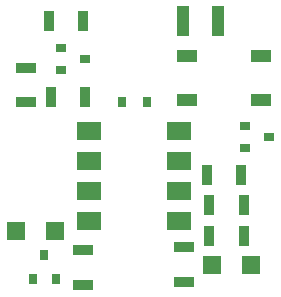
<source format=gbr>
G04 #@! TF.GenerationSoftware,KiCad,Pcbnew,(2017-06-21 revision 375ec9f)-master*
G04 #@! TF.CreationDate,2017-08-04T21:17:12-04:00*
G04 #@! TF.ProjectId,light_reactive_nodes,6C696768745F72656163746976655F6E,rev?*
G04 #@! TF.SameCoordinates,Original
G04 #@! TF.FileFunction,Paste,Top*
G04 #@! TF.FilePolarity,Positive*
%FSLAX46Y46*%
G04 Gerber Fmt 4.6, Leading zero omitted, Abs format (unit mm)*
G04 Created by KiCad (PCBNEW (2017-06-21 revision 375ec9f)-master) date Fri Aug  4 21:17:12 2017*
%MOMM*%
%LPD*%
G01*
G04 APERTURE LIST*
%ADD10C,0.100000*%
%ADD11R,2.032000X1.524000*%
%ADD12R,1.000000X2.500000*%
%ADD13R,0.800000X0.900000*%
%ADD14R,1.500000X1.500000*%
%ADD15R,0.900000X0.800000*%
%ADD16R,0.900000X1.700000*%
%ADD17R,1.700000X0.900000*%
%ADD18R,1.800000X1.100000*%
G04 APERTURE END LIST*
D10*
D11*
X107940000Y-125690000D03*
X107940000Y-128230000D03*
X107940000Y-130770000D03*
X107940000Y-133310000D03*
X115560000Y-133310000D03*
X115560000Y-130770000D03*
X115560000Y-128230000D03*
X115560000Y-125690000D03*
D12*
X118900000Y-116400000D03*
X115900000Y-116400000D03*
D13*
X112850000Y-123200000D03*
X110750000Y-123200000D03*
D14*
X118350000Y-137000000D03*
X121650000Y-137000000D03*
X101750000Y-134200000D03*
X105050000Y-134200000D03*
D15*
X105600000Y-118650000D03*
X105600000Y-120550000D03*
X107600000Y-119600000D03*
X121200000Y-125250000D03*
X121200000Y-127150000D03*
X123200000Y-126200000D03*
D13*
X104200000Y-136200000D03*
X105150000Y-138200000D03*
X103250000Y-138200000D03*
D16*
X118150000Y-134600000D03*
X121050000Y-134600000D03*
X107450000Y-116400000D03*
X104550000Y-116400000D03*
D17*
X107500000Y-135800000D03*
X107500000Y-138700000D03*
X102600000Y-123250000D03*
X102600000Y-120350000D03*
D16*
X121050000Y-132000000D03*
X118150000Y-132000000D03*
X107650000Y-122800000D03*
X104750000Y-122800000D03*
X120850000Y-129400000D03*
X117950000Y-129400000D03*
D17*
X116000000Y-138450000D03*
X116000000Y-135550000D03*
D18*
X116300000Y-119350000D03*
X122500000Y-119350000D03*
X116300000Y-123050000D03*
X122500000Y-123050000D03*
M02*

</source>
